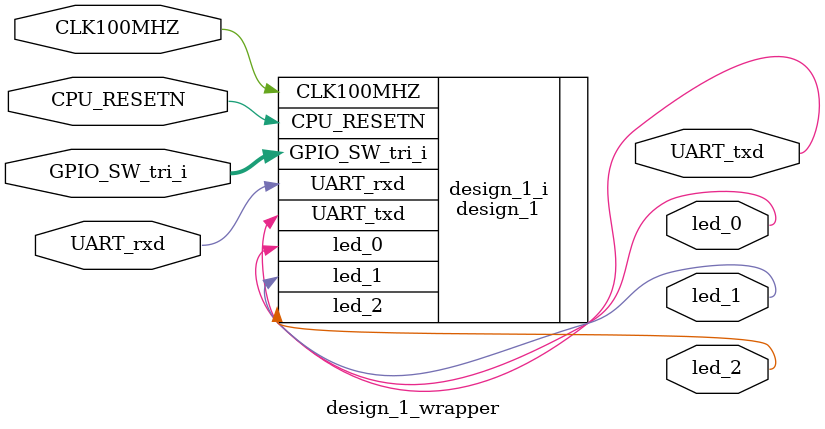
<source format=v>
`timescale 1 ps / 1 ps

module design_1_wrapper
   (CLK100MHZ,
    CPU_RESETN,
    GPIO_SW_tri_i,
    UART_rxd,
    UART_txd,
    led_0,
    led_1,
    led_2);
  input CLK100MHZ;
  input CPU_RESETN;
  input [3:0]GPIO_SW_tri_i;
  input UART_rxd;
  output UART_txd;
  output led_0;
  output led_1;
  output led_2;

  wire CLK100MHZ;
  wire CPU_RESETN;
  wire [3:0]GPIO_SW_tri_i;
  wire UART_rxd;
  wire UART_txd;
  wire led_0;
  wire led_1;
  wire led_2;

  design_1 design_1_i
       (.CLK100MHZ(CLK100MHZ),
        .CPU_RESETN(CPU_RESETN),
        .GPIO_SW_tri_i(GPIO_SW_tri_i),
        .UART_rxd(UART_rxd),
        .UART_txd(UART_txd),
        .led_0(led_0),
        .led_1(led_1),
        .led_2(led_2));
endmodule

</source>
